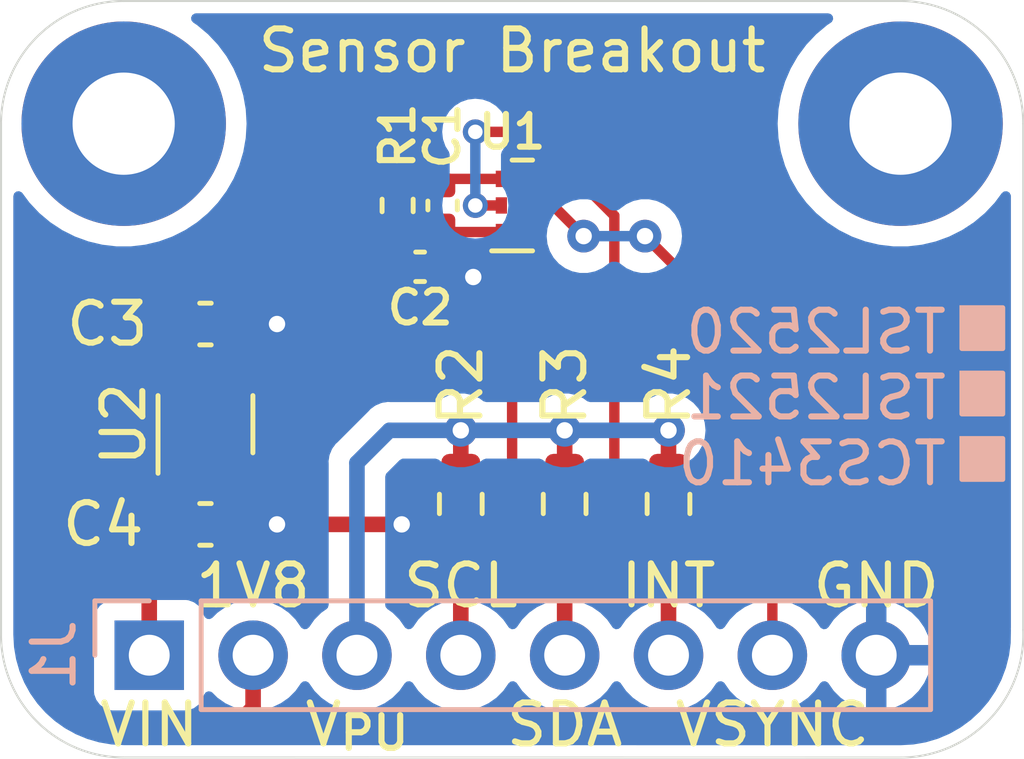
<source format=kicad_pcb>
(kicad_pcb (version 20221018) (generator pcbnew)
  (title_block (title "TSL2520 Sensor Breakout Board") (date "2023-11-27") (rev "A") (company "LogicProbe.org") (comment 1 "Derek Konigsberg <dkonigsberg@logicprobe.org>"))
  (layers (0 "F.Cu" signal) (31 "B.Cu" signal) (34 "B.Paste" user) (35 "F.Paste" user) (36 "B.SilkS" user "B.Silkscreen") (37 "F.SilkS" user "F.Silkscreen") (38 "B.Mask" user) (39 "F.Mask" user) (44 "Edge.Cuts" user))
  (net 0 "")
  (net 1 "Net-(U1-VDD)")
  (net 2 "GND")
  (net 3 "+1V8")
  (net 4 "VCC")
  (net 5 "/V_{PU}")
  (net 6 "/SENSOR_SCL")
  (net 7 "/SENSOR_SDA")
  (net 8 "/SENSOR_INT")
  (net 9 "/SENSOR_VSYNC")
  (footprint "Resistor_SMD:R_0603_1608Metric" (layer "F.Cu") (at 43.785 35.3 -90)
    (fp_text reference "R3" (at -2.9 0 90) (layer "F.SilkS"))
    (fp_text value "10K")
    (fp_line (start -0.237258 -0.5225) (end 0.237258 -0.5225) (stroke (width 0.12)) (layer "F.SilkS"))
    (fp_line (start -0.237258 0.5225) (end 0.237258 0.5225) (stroke (width 0.12)) (layer "F.SilkS"))
    (pad "1" smd roundrect (at -0.825 0 270) (size 0.8 0.95) (layers "F.Cu" "F.Paste" "F.Mask") (net 5 "/V_{PU}"))
    (pad "2" smd roundrect (at 0.825 0 270) (size 0.8 0.95) (layers "F.Cu" "F.Paste" "F.Mask") (net 7 "/SENSOR_SDA"))
  )
  (footprint "Resistor_SMD:R_0603_1608Metric" (layer "F.Cu") (at 41.245 35.3 -90)
    (fp_text reference "R2" (at -2.9 0 90) (layer "F.SilkS"))
    (fp_text value "10K")
    (fp_line (start -0.237258 -0.5225) (end 0.237258 -0.5225) (stroke (width 0.12)) (layer "F.SilkS"))
    (fp_line (start -0.237258 0.5225) (end 0.237258 0.5225) (stroke (width 0.12)) (layer "F.SilkS"))
    (pad "1" smd roundrect (at -0.825 0 270) (size 0.8 0.95) (layers "F.Cu" "F.Paste" "F.Mask") (net 5 "/V_{PU}"))
    (pad "2" smd roundrect (at 0.825 0 270) (size 0.8 0.95) (layers "F.Cu" "F.Paste" "F.Mask") (net 6 "/SENSOR_SCL"))
  )
  (footprint "MountingHole:MountingHole_2.5mm_Pad" (layer "F.Cu") (at 52 26)
    (fp_text reference "H2" hide)
    (fp_text value "MountingHole" hide)
    (pad "1" thru_hole circle (at 0 0) (size 5 5) (drill 2.5) (layers "*.Cu" "*.Mask"))
  )
  (footprint "lib_fp:AMS_TSL2585_OLGA-6_2x1mm_P0.65mm" (layer "F.Cu") (at 42.5 28)
    (fp_text reference "U1" (at 0 -1.8) (layer "F.SilkS") (effects (font (size 0.8 0.8))))
    (fp_text value "TSL2585")
    (fp_line (start -0.5 1.11) (end 0.5 1.11) (stroke (width 0.12)) (layer "F.SilkS"))
    (fp_line (start 0 -1.11) (end 0.5 -1.11) (stroke (width 0.12)) (layer "F.SilkS"))
    (pad "1" smd roundrect (at -0.2625 -0.65) (size 0.275 0.4) (layers "F.Cu" "F.Paste" "F.Mask") (roundrect_rratio 0) (chamfer_ratio 0.254545) (chamfer bottom_right) (net 1 "Net-(U1-VDD)"))
    (pad "2" smd rect (at -0.2625 0) (size 0.275 0.4) (layers "F.Cu" "F.Paste" "F.Mask") (net 9 "/SENSOR_VSYNC"))
    (pad "3" smd rect (at -0.2625 0.65) (size 0.275 0.4) (layers "F.Cu" "F.Paste" "F.Mask") (net 2 "GND"))
    (pad "4" smd rect (at 0.2625 0.65) (size 0.275 0.4) (layers "F.Cu" "F.Paste" "F.Mask") (net 6 "/SENSOR_SCL"))
    (pad "5" smd rect (at 0.2625 0) (size 0.275 0.4) (layers "F.Cu" "F.Paste" "F.Mask") (net 8 "/SENSOR_INT"))
    (pad "6" smd rect (at 0.2625 -0.65) (size 0.275 0.4) (layers "F.Cu" "F.Paste" "F.Mask") (net 7 "/SENSOR_SDA"))
  )
  (footprint "Package_TO_SOT_SMD:SOT-353_SC-70-5" (layer "F.Cu") (at 35 33.35 90)
    (fp_text reference "U2" (at 0 -2 90) (layer "F.SilkS"))
    (fp_text value "MIC5365-1.8YC5")
    (fp_line (start -0.7 1.16) (end 0.7 1.16) (stroke (width 0.12)) (layer "F.SilkS"))
    (fp_line (start 0.7 -1.16) (end -1.2 -1.16) (stroke (width 0.12)) (layer "F.SilkS"))
    (pad "1" smd rect (at -0.95 -0.65 90) (size 0.65 0.4) (layers "F.Cu" "F.Paste" "F.Mask") (net 4 "VCC"))
    (pad "2" smd rect (at -0.95 0 90) (size 0.65 0.4) (layers "F.Cu" "F.Paste" "F.Mask") (net 2 "GND"))
    (pad "3" smd rect (at -0.95 0.65 90) (size 0.65 0.4) (layers "F.Cu" "F.Paste" "F.Mask") (net 4 "VCC"))
    (pad "4" smd rect (at 0.95 0.65 90) (size 0.65 0.4) (layers "F.Cu" "F.Paste" "F.Mask"))
    (pad "5" smd rect (at 0.95 -0.65 90) (size 0.65 0.4) (layers "F.Cu" "F.Paste" "F.Mask") (net 3 "+1V8"))
  )
  (footprint "MountingHole:MountingHole_2.5mm_Pad" (layer "F.Cu") (at 33 26)
    (fp_text reference "H1" hide)
    (fp_text value "MountingHole" hide)
    (pad "1" thru_hole circle (at 0 0) (size 5 5) (drill 2.5) (layers "*.Cu" "*.Mask"))
  )
  (footprint "Capacitor_SMD:C_0402_1005Metric" (layer "F.Cu") (at 40.25 29.5)
    (fp_text reference "C2" (at 0 1) (layer "F.SilkS") (effects (font (size 0.8 0.8))))
    (fp_text value "4.7uF")
    (fp_line (start -0.107836 -0.36) (end 0.107836 -0.36) (stroke (width 0.12)) (layer "F.SilkS"))
    (fp_line (start -0.107836 0.36) (end 0.107836 0.36) (stroke (width 0.12)) (layer "F.SilkS"))
    (pad "1" smd roundrect (at -0.48 0) (size 0.56 0.62) (layers "F.Cu" "F.Paste" "F.Mask") (net 3 "+1V8"))
    (pad "2" smd roundrect (at 0.48 0) (size 0.56 0.62) (layers "F.Cu" "F.Paste" "F.Mask") (net 2 "GND"))
  )
  (footprint "Capacitor_SMD:C_0603_1608Metric" (layer "F.Cu") (at 35 30.9 180)
    (fp_text reference "C3" (at 2.4 0) (layer "F.SilkS"))
    (fp_text value "1uF")
    (fp_line (start -0.14058 -0.51) (end 0.14058 -0.51) (stroke (width 0.12)) (layer "F.SilkS"))
    (fp_line (start -0.14058 0.51) (end 0.14058 0.51) (stroke (width 0.12)) (layer "F.SilkS"))
    (pad "1" smd roundrect (at -0.775 0 180) (size 0.9 0.95) (layers "F.Cu" "F.Paste" "F.Mask") (net 2 "GND"))
    (pad "2" smd roundrect (at 0.775 0 180) (size 0.9 0.95) (layers "F.Cu" "F.Paste" "F.Mask") (net 3 "+1V8"))
  )
  (footprint "Resistor_SMD:R_0603_1608Metric" (layer "F.Cu") (at 46.325 35.3 -90)
    (fp_text reference "R4" (at -2.9 0 90) (layer "F.SilkS"))
    (fp_text value "10K")
    (fp_line (start -0.237258 -0.5225) (end 0.237258 -0.5225) (stroke (width 0.12)) (layer "F.SilkS"))
    (fp_line (start -0.237258 0.5225) (end 0.237258 0.5225) (stroke (width 0.12)) (layer "F.SilkS"))
    (pad "1" smd roundrect (at -0.825 0 270) (size 0.8 0.95) (layers "F.Cu" "F.Paste" "F.Mask") (net 5 "/V_{PU}"))
    (pad "2" smd roundrect (at 0.825 0 270) (size 0.8 0.95) (layers "F.Cu" "F.Paste" "F.Mask") (net 8 "/SENSOR_INT"))
  )
  (footprint "Capacitor_SMD:C_0402_1005Metric" (layer "F.Cu") (at 40.8 28 -90)
    (fp_text reference "C1" (at -1.7 0 90) (layer "F.SilkS") (effects (font (size 0.8 0.8))))
    (fp_text value "1uF")
    (fp_line (start -0.107836 -0.36) (end 0.107836 -0.36) (stroke (width 0.12)) (layer "F.SilkS"))
    (fp_line (start -0.107836 0.36) (end 0.107836 0.36) (stroke (width 0.12)) (layer "F.SilkS"))
    (pad "1" smd roundrect (at -0.48 0 270) (size 0.56 0.62) (layers "F.Cu" "F.Paste" "F.Mask") (net 1 "Net-(U1-VDD)"))
    (pad "2" smd roundrect (at 0.48 0 270) (size 0.56 0.62) (layers "F.Cu" "F.Paste" "F.Mask") (net 2 "GND"))
  )
  (footprint "Capacitor_SMD:C_0603_1608Metric" (layer "F.Cu") (at 35 35.8 180)
    (fp_text reference "C4" (at 2.5 0) (layer "F.SilkS"))
    (fp_text value "1uF")
    (fp_line (start -0.14058 -0.51) (end 0.14058 -0.51) (stroke (width 0.12)) (layer "F.SilkS"))
    (fp_line (start -0.14058 0.51) (end 0.14058 0.51) (stroke (width 0.12)) (layer "F.SilkS"))
    (pad "1" smd roundrect (at -0.775 0 180) (size 0.9 0.95) (layers "F.Cu" "F.Paste" "F.Mask") (net 2 "GND"))
    (pad "2" smd roundrect (at 0.775 0 180) (size 0.9 0.95) (layers "F.Cu" "F.Paste" "F.Mask") (net 4 "VCC"))
  )
  (footprint "Resistor_SMD:R_0402_1005Metric" (layer "F.Cu") (at 39.7 28 -90)
    (fp_text reference "R1" (at -1.7 0 90) (layer "F.SilkS") (effects (font (size 0.8 0.8))))
    (fp_text value "22R")
    (fp_line (start -0.153641 -0.38) (end 0.153641 -0.38) (stroke (width 0.12)) (layer "F.SilkS"))
    (fp_line (start -0.153641 0.38) (end 0.153641 0.38) (stroke (width 0.12)) (layer "F.SilkS"))
    (pad "1" smd roundrect (at -0.51 0 270) (size 0.54 0.64) (layers "F.Cu" "F.Paste" "F.Mask") (net 1 "Net-(U1-VDD)"))
    (pad "2" smd roundrect (at 0.51 0 270) (size 0.54 0.64) (layers "F.Cu" "F.Paste" "F.Mask") (net 3 "+1V8"))
  )
  (footprint "Connector_PinHeader_2.54mm:PinHeader_1x08_P2.54mm_Vertical" (layer "B.Cu") (at 33.625 39 -90)
    (fp_text reference "J1" (at 0 2.33 90) (layer "B.SilkS") (effects (justify mirror)))
    (fp_text value "Conn_01x08" hide)
    (fp_line (start -1.33 -19.11) (end 1.33 -19.11) (stroke (width 0.12)) (layer "B.SilkS"))
    (fp_line (start -1.33 -1.27) (end -1.33 -19.11) (stroke (width 0.12)) (layer "B.SilkS"))
    (fp_line (start -1.33 -1.27) (end 1.33 -1.27) (stroke (width 0.12)) (layer "B.SilkS"))
    (fp_line (start -1.33 0) (end -1.33 1.33) (stroke (width 0.12)) (layer "B.SilkS"))
    (fp_line (start -1.33 1.33) (end 0 1.33) (stroke (width 0.12)) (layer "B.SilkS"))
    (fp_line (start 1.33 -1.27) (end 1.33 -19.11) (stroke (width 0.12)) (layer "B.SilkS"))
    (pad "1" thru_hole rect (at 0 0 270) (size 1.7 1.7) (drill 1) (layers "*.Cu" "*.Mask") (net 4 "VCC"))
    (pad "2" thru_hole oval (at 0 -2.54 270) (size 1.7 1.7) (drill 1) (layers "*.Cu" "*.Mask") (net 3 "+1V8"))
    (pad "3" thru_hole oval (at 0 -5.08 270) (size 1.7 1.7) (drill 1) (layers "*.Cu" "*.Mask") (net 5 "/V_{PU}"))
    (pad "4" thru_hole oval (at 0 -7.62 270) (size 1.7 1.7) (drill 1) (layers "*.Cu" "*.Mask") (net 6 "/SENSOR_SCL"))
    (pad "5" thru_hole oval (at 0 -10.16 270) (size 1.7 1.7) (drill 1) (layers "*.Cu" "*.Mask") (net 7 "/SENSOR_SDA"))
    (pad "6" thru_hole oval (at 0 -12.7 270) (size 1.7 1.7) (drill 1) (layers "*.Cu" "*.Mask") (net 8 "/SENSOR_INT"))
    (pad "7" thru_hole oval (at 0 -15.24 270) (size 1.7 1.7) (drill 1) (layers "*.Cu" "*.Mask") (net 9 "/SENSOR_VSYNC"))
    (pad "8" thru_hole oval (at 0 -17.78 270) (size 1.7 1.7) (drill 1) (layers "*.Cu" "*.Mask") (net 2 "GND"))
  )
  (gr_rect (start 53.5 30.5) (end 54.5 31.5) (stroke (width 0.12)) (fill solid) (layer "B.SilkS"))
  (gr_rect (start 53.5 33.7) (end 54.5 34.7) (stroke (width 0.12)) (fill solid) (layer "B.SilkS"))
  (gr_rect (start 53.5 32.1) (end 54.5 33.1) (stroke (width 0.12)) (fill solid) (layer "B.SilkS"))
  (gr_arc (start 52 23) (mid 54.12132 23.87868) (end 55 26) (stroke (width 0.05)) (layer "Edge.Cuts"))
  (gr_arc (start 30 26) (mid 30.87868 23.87868) (end 33 23) (stroke (width 0.05)) (layer "Edge.Cuts"))
  (gr_line (start 52 41.502452) (end 33 41.5) (stroke (width 0.05)) (layer "Edge.Cuts"))
  (gr_arc (start 33 41.5) (mid 30.87868 40.62132) (end 30 38.5) (stroke (width 0.05)) (layer "Edge.Cuts"))
  (gr_arc (start 55 38.37868) (mid 54.165523 40.579719) (end 52 41.502452) (stroke (width 0.05)) (layer "Edge.Cuts"))
  (gr_line (start 33 23) (end 52 23) (stroke (width 0.05)) (layer "Edge.Cuts"))
  (gr_line (start 30 38.5) (end 30 26) (stroke (width 0.05)) (layer "Edge.Cuts"))
  (gr_line (start 55 26) (end 55 38.37868) (stroke (width 0.05)) (layer "Edge.Cuts"))
  (gr_text "TSL2520\nTSL2521\nTCS3410" (at 53.2 34.9) (layer "B.SilkS") (effects (font (size 1 1)) (justify left bottom mirror)))
  (gr_text "Sensor Breakout" (at 42.5 24.8) (layer "F.SilkS") (effects (font (size 1 1)) (justify bottom)))
  (gr_text "V_{PU}" (at 38.705 40.7) (layer "F.SilkS") (effects (font (size 1 1))))
  (gr_text "1V8" (at 36.165 37.3) (layer "F.SilkS") (effects (font (size 1 1))))
  (gr_text "SCL" (at 41.245 37.3) (layer "F.SilkS") (effects (font (size 1 1))))
  (gr_text "VSYNC" (at 48.865 40.7) (layer "F.SilkS") (effects (font (size 1 1))))
  (gr_text "GND" (at 51.405 37.3) (layer "F.SilkS") (effects (font (size 1 1))))
  (gr_text "INT" (at 46.325 37.3) (layer "F.SilkS") (effects (font (size 1 1))))
  (gr_text "VIN" (at 33.625 40.7) (layer "F.SilkS") (effects (font (size 1 1))))
  (gr_text "SDA" (at 43.785 40.7) (layer "F.SilkS") (effects (font (size 1 1))))
  (segment (start 40.97 27.35) (end 40.8 27.52) (width 0.254) (layer "F.Cu") (net 1))
  (segment (start 40.8 27.52) (end 39.73 27.52) (width 0.254) (layer "F.Cu") (net 1))
  (segment (start 42.2375 27.35) (end 40.97 27.35) (width 0.254) (layer "F.Cu") (net 1))
  (segment (start 40.8 28.48) (end 40.8 29.43) (width 0.254) (layer "F.Cu") (net 2))
  (segment (start 35 34.3) (end 35 35.025) (width 0.381) (layer "F.Cu") (net 2))
  (segment (start 36.75 35.8) (end 39.8 35.8) (width 0.381) (layer "F.Cu") (net 2))
  (segment (start 42.2375 28.65) (end 40.97 28.65) (width 0.254) (layer "F.Cu") (net 2))
  (segment (start 35 35.025) (end 35.775 35.8) (width 0.381) (layer "F.Cu") (net 2))
  (segment (start 40.8 29.43) (end 40.73 29.5) (width 0.254) (layer "F.Cu") (net 2))
  (segment (start 40.97 28.65) (end 40.8 28.48) (width 0.254) (layer "F.Cu") (net 2))
  (segment (start 36.75 30.9) (end 35.775 30.9) (width 0.381) (layer "F.Cu") (net 2))
  (segment (start 41.3 29.5) (end 41.55 29.75) (width 0.381) (layer "F.Cu") (net 2))
  (segment (start 36.75 35.8) (end 35.775 35.8) (width 0.381) (layer "F.Cu") (net 2))
  (segment (start 40.73 29.5) (end 41.3 29.5) (width 0.381) (layer "F.Cu") (net 2))
  (segment (start 41.5 29.5) (end 41.75 29.75) (width 0.254) (layer "F.Cu") (net 2))
  (via (at 39.8 35.8) (size 0.8) (drill 0.4) (layers "F.Cu" "B.Cu") (net 2))
  (via (at 36.75 35.8) (size 0.8) (drill 0.4) (layers "F.Cu" "B.Cu") (net 2))
  (via (at 41.55 29.75) (size 0.8) (drill 0.4) (layers "F.Cu" "B.Cu") (net 2))
  (via (at 36.75 30.9) (size 0.8) (drill 0.4) (layers "F.Cu" "B.Cu") (net 2))
  (segment (start 31.75 31.496) (end 31.75 40.132) (width 0.381) (layer "F.Cu") (net 3))
  (segment (start 39.7 28.51) (end 39.7 29.43) (width 0.254) (layer "F.Cu") (net 3))
  (segment (start 32.346 30.9) (end 31.75 31.496) (width 0.381) (layer "F.Cu") (net 3))
  (segment (start 32.258 40.64) (end 35.814 40.64) (width 0.381) (layer "F.Cu") (net 3))
  (segment (start 39.77 29.5) (end 34.889 29.5) (width 0.381) (layer "F.Cu") (net 3))
  (segment (start 34.35 32.4) (end 34.35 31.025) (width 0.381) (layer "F.Cu") (net 3))
  (segment (start 35.814 40.64) (end 36.165 40.289) (width 0.381) (layer "F.Cu") (net 3))
  (segment (start 34.225 30.9) (end 34.225 30.164) (width 0.381) (layer "F.Cu") (net 3))
  (segment (start 34.225 30.164) (end 34.889 29.5) (width 0.381) (layer "F.Cu") (net 3))
  (segment (start 36.165 40.289) (end 36.165 39) (width 0.381) (layer "F.Cu") (net 3))
  (segment (start 34.225 30.9) (end 32.346 30.9) (width 0.381) (layer "F.Cu") (net 3))
  (segment (start 31.75 40.132) (end 32.258 40.64) (width 0.381) (layer "F.Cu") (net 3))
  (segment (start 34.544 33.401) (end 34.35 33.595) (width 0.254) (layer "F.Cu") (net 4))
  (segment (start 33.625 37.368) (end 34.225 36.768) (width 0.381) (layer "F.Cu") (net 4))
  (segment (start 35.433 33.401) (end 34.544 33.401) (width 0.254) (layer "F.Cu") (net 4))
  (segment (start 34.35 34.3) (end 34.35 35.675) (width 0.381) (layer "F.Cu") (net 4))
  (segment (start 34.225 36.768) (end 34.225 35.8) (width 0.381) (layer "F.Cu") (net 4))
  (segment (start 35.65 34.3) (end 35.65 33.618) (width 0.254) (layer "F.Cu") (net 4))
  (segment (start 35.65 33.618) (end 35.433 33.401) (width 0.254) (layer "F.Cu") (net 4))
  (segment (start 34.35 33.595) (end 34.35 34.3) (width 0.254) (layer "F.Cu") (net 4))
  (segment (start 33.625 39) (end 33.625 37.368) (width 0.381) (layer "F.Cu") (net 4))
  (segment (start 46.325 33.5) (end 46.325 34.475) (width 0.381) (layer "F.Cu") (net 5))
  (segment (start 41.245 33.5) (end 41.245 34.475) (width 0.381) (layer "F.Cu") (net 5))
  (segment (start 43.785 33.5) (end 43.785 34.475) (width 0.381) (layer "F.Cu") (net 5))
  (via (at 43.785 33.5) (size 0.8) (drill 0.4) (layers "F.Cu" "B.Cu") (net 5))
  (via (at 41.245 33.5) (size 0.8) (drill 0.4) (layers "F.Cu" "B.Cu") (net 5))
  (via (at 46.325 33.5) (size 0.8) (drill 0.4) (layers "F.Cu" "B.Cu") (net 5))
  (segment (start 41.245 33.5) (end 39.5 33.5) (width 0.381) (layer "B.Cu") (net 5))
  (segment (start 38.705 34.295) (end 38.705 39) (width 0.381) (layer "B.Cu") (net 5))
  (segment (start 43.785 33.5) (end 41.245 33.5) (width 0.381) (layer "B.Cu") (net 5))
  (segment (start 46.325 33.5) (end 43.785 33.5) (width 0.381) (layer "B.Cu") (net 5))
  (segment (start 39.5 33.5) (end 38.705 34.295) (width 0.381) (layer "B.Cu") (net 5))
  (segment (start 41.245 36.125) (end 41.245 39) (width 0.381) (layer "F.Cu") (net 6))
  (segment (start 42.7625 30.7375) (end 42.5 31) (width 0.254) (layer "F.Cu") (net 6))
  (segment (start 42.7625 28.65) (end 42.7625 30.7375) (width 0.254) (layer "F.Cu") (net 6))
  (segment (start 42.5 35.75) (end 42.125 36.125) (width 0.254) (layer "F.Cu") (net 6))
  (segment (start 42.5 31) (end 42.5 35.75) (width 0.254) (layer "F.Cu") (net 6))
  (segment (start 42.125 36.125) (end 41.245 36.125) (width 0.254) (layer "F.Cu") (net 6))
  (segment (start 45 35.75) (end 44.625 36.125) (width 0.254) (layer "F.Cu") (net 7))
  (segment (start 44.625 36.125) (end 43.785 36.125) (width 0.254) (layer "F.Cu") (net 7))
  (segment (start 44.1 27.35) (end 45 28.25) (width 0.254) (layer "F.Cu") (net 7))
  (segment (start 42.7625 27.35) (end 44.1 27.35) (width 0.254) (layer "F.Cu") (net 7))
  (segment (start 45 28.25) (end 45 35.75) (width 0.254) (layer "F.Cu") (net 7))
  (segment (start 43.785 36.125) (end 43.785 39) (width 0.381) (layer "F.Cu") (net 7))
  (segment (start 47.75 30.75) (end 47.75 35.75) (width 0.254) (layer "F.Cu") (net 8))
  (segment (start 47.375 36.125) (end 46.325 36.125) (width 0.254) (layer "F.Cu") (net 8))
  (segment (start 43.5 28) (end 44.25 28.75) (width 0.254) (layer "F.Cu") (net 8))
  (segment (start 46.325 39) (end 46.325 36.125) (width 0.381) (layer "F.Cu") (net 8))
  (segment (start 45.75 28.75) (end 47.75 30.75) (width 0.254) (layer "F.Cu") (net 8))
  (segment (start 47.75 35.75) (end 47.375 36.125) (width 0.254) (layer "F.Cu") (net 8))
  (segment (start 42.7625 28) (end 43.5 28) (width 0.254) (layer "F.Cu") (net 8))
  (via (at 44.25 28.75) (size 0.8) (drill 0.4) (layers "F.Cu" "B.Cu") (net 8))
  (via (at 45.75 28.75) (size 0.8) (drill 0.4) (layers "F.Cu" "B.Cu") (net 8))
  (segment (start 44.25 28.75) (end 45.75 28.75) (width 0.254) (layer "B.Cu") (net 8))
  (segment (start 42.2375 28) (end 41.6 28) (width 0.254) (layer "F.Cu") (net 9))
  (segment (start 41.6 26.2) (end 45.1 26.2) (width 0.254) (layer "F.Cu") (net 9))
  (segment (start 45.1 26.2) (end 48.865 29.965) (width 0.254) (layer "F.Cu") (net 9))
  (segment (start 48.865 29.965) (end 48.865 39) (width 0.254) (layer "F.Cu") (net 9))
  (via (at 41.6 28) (size 0.6096) (drill 0.3556) (layers "F.Cu" "B.Cu") (net 9))
  (via (at 41.6 26.2) (size 0.6096) (drill 0.3556) (layers "F.Cu" "B.Cu") (net 9))
  (segment (start 41.6 28) (end 41.6 26.2) (width 0.254) (layer "B.Cu") (net 9))
  (zone (net 2) (net_name "GND") (layer "B.Cu") (connect_pads (clearance 0.5)) (min_thickness 0.25) (fill yes (thermal_gap 0.5) (thermal_bridge_width 0.5))
    (polygon (pts (xy 30 23) (xy 55 23) (xy 55 41.5) (xy 30 41.5)))
  )
)
</source>
